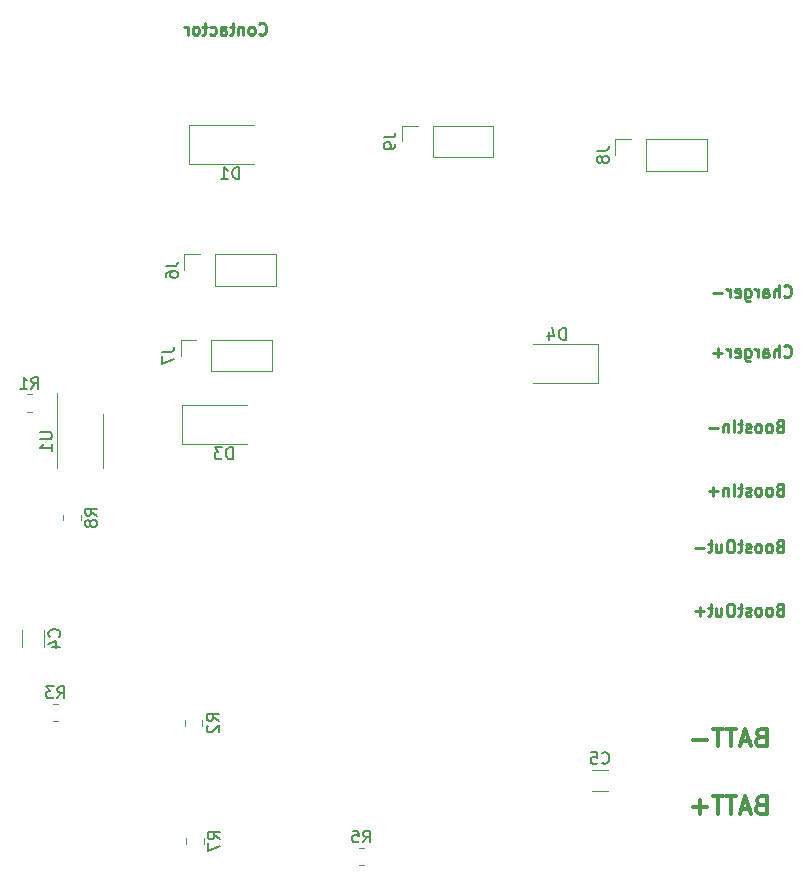
<source format=gbr>
%TF.GenerationSoftware,KiCad,Pcbnew,7.0.9*%
%TF.CreationDate,2024-02-18T20:42:30+05:30*%
%TF.ProjectId,Chg_Dschg Controller,4368675f-4473-4636-9867-20436f6e7472,rev?*%
%TF.SameCoordinates,Original*%
%TF.FileFunction,Legend,Bot*%
%TF.FilePolarity,Positive*%
%FSLAX46Y46*%
G04 Gerber Fmt 4.6, Leading zero omitted, Abs format (unit mm)*
G04 Created by KiCad (PCBNEW 7.0.9) date 2024-02-18 20:42:30*
%MOMM*%
%LPD*%
G01*
G04 APERTURE LIST*
%ADD10C,0.250000*%
%ADD11C,0.300000*%
%ADD12C,0.150000*%
%ADD13C,0.120000*%
G04 APERTURE END LIST*
D10*
X66336003Y-27074380D02*
X66383622Y-27122000D01*
X66383622Y-27122000D02*
X66526479Y-27169619D01*
X66526479Y-27169619D02*
X66621717Y-27169619D01*
X66621717Y-27169619D02*
X66764574Y-27122000D01*
X66764574Y-27122000D02*
X66859812Y-27026761D01*
X66859812Y-27026761D02*
X66907431Y-26931523D01*
X66907431Y-26931523D02*
X66955050Y-26741047D01*
X66955050Y-26741047D02*
X66955050Y-26598190D01*
X66955050Y-26598190D02*
X66907431Y-26407714D01*
X66907431Y-26407714D02*
X66859812Y-26312476D01*
X66859812Y-26312476D02*
X66764574Y-26217238D01*
X66764574Y-26217238D02*
X66621717Y-26169619D01*
X66621717Y-26169619D02*
X66526479Y-26169619D01*
X66526479Y-26169619D02*
X66383622Y-26217238D01*
X66383622Y-26217238D02*
X66336003Y-26264857D01*
X65764574Y-27169619D02*
X65859812Y-27122000D01*
X65859812Y-27122000D02*
X65907431Y-27074380D01*
X65907431Y-27074380D02*
X65955050Y-26979142D01*
X65955050Y-26979142D02*
X65955050Y-26693428D01*
X65955050Y-26693428D02*
X65907431Y-26598190D01*
X65907431Y-26598190D02*
X65859812Y-26550571D01*
X65859812Y-26550571D02*
X65764574Y-26502952D01*
X65764574Y-26502952D02*
X65621717Y-26502952D01*
X65621717Y-26502952D02*
X65526479Y-26550571D01*
X65526479Y-26550571D02*
X65478860Y-26598190D01*
X65478860Y-26598190D02*
X65431241Y-26693428D01*
X65431241Y-26693428D02*
X65431241Y-26979142D01*
X65431241Y-26979142D02*
X65478860Y-27074380D01*
X65478860Y-27074380D02*
X65526479Y-27122000D01*
X65526479Y-27122000D02*
X65621717Y-27169619D01*
X65621717Y-27169619D02*
X65764574Y-27169619D01*
X65002669Y-26502952D02*
X65002669Y-27169619D01*
X65002669Y-26598190D02*
X64955050Y-26550571D01*
X64955050Y-26550571D02*
X64859812Y-26502952D01*
X64859812Y-26502952D02*
X64716955Y-26502952D01*
X64716955Y-26502952D02*
X64621717Y-26550571D01*
X64621717Y-26550571D02*
X64574098Y-26645809D01*
X64574098Y-26645809D02*
X64574098Y-27169619D01*
X64240764Y-26502952D02*
X63859812Y-26502952D01*
X64097907Y-26169619D02*
X64097907Y-27026761D01*
X64097907Y-27026761D02*
X64050288Y-27122000D01*
X64050288Y-27122000D02*
X63955050Y-27169619D01*
X63955050Y-27169619D02*
X63859812Y-27169619D01*
X63097907Y-27169619D02*
X63097907Y-26645809D01*
X63097907Y-26645809D02*
X63145526Y-26550571D01*
X63145526Y-26550571D02*
X63240764Y-26502952D01*
X63240764Y-26502952D02*
X63431240Y-26502952D01*
X63431240Y-26502952D02*
X63526478Y-26550571D01*
X63097907Y-27122000D02*
X63193145Y-27169619D01*
X63193145Y-27169619D02*
X63431240Y-27169619D01*
X63431240Y-27169619D02*
X63526478Y-27122000D01*
X63526478Y-27122000D02*
X63574097Y-27026761D01*
X63574097Y-27026761D02*
X63574097Y-26931523D01*
X63574097Y-26931523D02*
X63526478Y-26836285D01*
X63526478Y-26836285D02*
X63431240Y-26788666D01*
X63431240Y-26788666D02*
X63193145Y-26788666D01*
X63193145Y-26788666D02*
X63097907Y-26741047D01*
X62193145Y-27122000D02*
X62288383Y-27169619D01*
X62288383Y-27169619D02*
X62478859Y-27169619D01*
X62478859Y-27169619D02*
X62574097Y-27122000D01*
X62574097Y-27122000D02*
X62621716Y-27074380D01*
X62621716Y-27074380D02*
X62669335Y-26979142D01*
X62669335Y-26979142D02*
X62669335Y-26693428D01*
X62669335Y-26693428D02*
X62621716Y-26598190D01*
X62621716Y-26598190D02*
X62574097Y-26550571D01*
X62574097Y-26550571D02*
X62478859Y-26502952D01*
X62478859Y-26502952D02*
X62288383Y-26502952D01*
X62288383Y-26502952D02*
X62193145Y-26550571D01*
X61907430Y-26502952D02*
X61526478Y-26502952D01*
X61764573Y-26169619D02*
X61764573Y-27026761D01*
X61764573Y-27026761D02*
X61716954Y-27122000D01*
X61716954Y-27122000D02*
X61621716Y-27169619D01*
X61621716Y-27169619D02*
X61526478Y-27169619D01*
X61050287Y-27169619D02*
X61145525Y-27122000D01*
X61145525Y-27122000D02*
X61193144Y-27074380D01*
X61193144Y-27074380D02*
X61240763Y-26979142D01*
X61240763Y-26979142D02*
X61240763Y-26693428D01*
X61240763Y-26693428D02*
X61193144Y-26598190D01*
X61193144Y-26598190D02*
X61145525Y-26550571D01*
X61145525Y-26550571D02*
X61050287Y-26502952D01*
X61050287Y-26502952D02*
X60907430Y-26502952D01*
X60907430Y-26502952D02*
X60812192Y-26550571D01*
X60812192Y-26550571D02*
X60764573Y-26598190D01*
X60764573Y-26598190D02*
X60716954Y-26693428D01*
X60716954Y-26693428D02*
X60716954Y-26979142D01*
X60716954Y-26979142D02*
X60764573Y-27074380D01*
X60764573Y-27074380D02*
X60812192Y-27122000D01*
X60812192Y-27122000D02*
X60907430Y-27169619D01*
X60907430Y-27169619D02*
X61050287Y-27169619D01*
X60288382Y-27169619D02*
X60288382Y-26502952D01*
X60288382Y-26693428D02*
X60240763Y-26598190D01*
X60240763Y-26598190D02*
X60193144Y-26550571D01*
X60193144Y-26550571D02*
X60097906Y-26502952D01*
X60097906Y-26502952D02*
X60002668Y-26502952D01*
X110389098Y-75835809D02*
X110246241Y-75883428D01*
X110246241Y-75883428D02*
X110198622Y-75931047D01*
X110198622Y-75931047D02*
X110151003Y-76026285D01*
X110151003Y-76026285D02*
X110151003Y-76169142D01*
X110151003Y-76169142D02*
X110198622Y-76264380D01*
X110198622Y-76264380D02*
X110246241Y-76312000D01*
X110246241Y-76312000D02*
X110341479Y-76359619D01*
X110341479Y-76359619D02*
X110722431Y-76359619D01*
X110722431Y-76359619D02*
X110722431Y-75359619D01*
X110722431Y-75359619D02*
X110389098Y-75359619D01*
X110389098Y-75359619D02*
X110293860Y-75407238D01*
X110293860Y-75407238D02*
X110246241Y-75454857D01*
X110246241Y-75454857D02*
X110198622Y-75550095D01*
X110198622Y-75550095D02*
X110198622Y-75645333D01*
X110198622Y-75645333D02*
X110246241Y-75740571D01*
X110246241Y-75740571D02*
X110293860Y-75788190D01*
X110293860Y-75788190D02*
X110389098Y-75835809D01*
X110389098Y-75835809D02*
X110722431Y-75835809D01*
X109579574Y-76359619D02*
X109674812Y-76312000D01*
X109674812Y-76312000D02*
X109722431Y-76264380D01*
X109722431Y-76264380D02*
X109770050Y-76169142D01*
X109770050Y-76169142D02*
X109770050Y-75883428D01*
X109770050Y-75883428D02*
X109722431Y-75788190D01*
X109722431Y-75788190D02*
X109674812Y-75740571D01*
X109674812Y-75740571D02*
X109579574Y-75692952D01*
X109579574Y-75692952D02*
X109436717Y-75692952D01*
X109436717Y-75692952D02*
X109341479Y-75740571D01*
X109341479Y-75740571D02*
X109293860Y-75788190D01*
X109293860Y-75788190D02*
X109246241Y-75883428D01*
X109246241Y-75883428D02*
X109246241Y-76169142D01*
X109246241Y-76169142D02*
X109293860Y-76264380D01*
X109293860Y-76264380D02*
X109341479Y-76312000D01*
X109341479Y-76312000D02*
X109436717Y-76359619D01*
X109436717Y-76359619D02*
X109579574Y-76359619D01*
X108674812Y-76359619D02*
X108770050Y-76312000D01*
X108770050Y-76312000D02*
X108817669Y-76264380D01*
X108817669Y-76264380D02*
X108865288Y-76169142D01*
X108865288Y-76169142D02*
X108865288Y-75883428D01*
X108865288Y-75883428D02*
X108817669Y-75788190D01*
X108817669Y-75788190D02*
X108770050Y-75740571D01*
X108770050Y-75740571D02*
X108674812Y-75692952D01*
X108674812Y-75692952D02*
X108531955Y-75692952D01*
X108531955Y-75692952D02*
X108436717Y-75740571D01*
X108436717Y-75740571D02*
X108389098Y-75788190D01*
X108389098Y-75788190D02*
X108341479Y-75883428D01*
X108341479Y-75883428D02*
X108341479Y-76169142D01*
X108341479Y-76169142D02*
X108389098Y-76264380D01*
X108389098Y-76264380D02*
X108436717Y-76312000D01*
X108436717Y-76312000D02*
X108531955Y-76359619D01*
X108531955Y-76359619D02*
X108674812Y-76359619D01*
X107960526Y-76312000D02*
X107865288Y-76359619D01*
X107865288Y-76359619D02*
X107674812Y-76359619D01*
X107674812Y-76359619D02*
X107579574Y-76312000D01*
X107579574Y-76312000D02*
X107531955Y-76216761D01*
X107531955Y-76216761D02*
X107531955Y-76169142D01*
X107531955Y-76169142D02*
X107579574Y-76073904D01*
X107579574Y-76073904D02*
X107674812Y-76026285D01*
X107674812Y-76026285D02*
X107817669Y-76026285D01*
X107817669Y-76026285D02*
X107912907Y-75978666D01*
X107912907Y-75978666D02*
X107960526Y-75883428D01*
X107960526Y-75883428D02*
X107960526Y-75835809D01*
X107960526Y-75835809D02*
X107912907Y-75740571D01*
X107912907Y-75740571D02*
X107817669Y-75692952D01*
X107817669Y-75692952D02*
X107674812Y-75692952D01*
X107674812Y-75692952D02*
X107579574Y-75740571D01*
X107246240Y-75692952D02*
X106865288Y-75692952D01*
X107103383Y-75359619D02*
X107103383Y-76216761D01*
X107103383Y-76216761D02*
X107055764Y-76312000D01*
X107055764Y-76312000D02*
X106960526Y-76359619D01*
X106960526Y-76359619D02*
X106865288Y-76359619D01*
X106341478Y-75359619D02*
X106151002Y-75359619D01*
X106151002Y-75359619D02*
X106055764Y-75407238D01*
X106055764Y-75407238D02*
X105960526Y-75502476D01*
X105960526Y-75502476D02*
X105912907Y-75692952D01*
X105912907Y-75692952D02*
X105912907Y-76026285D01*
X105912907Y-76026285D02*
X105960526Y-76216761D01*
X105960526Y-76216761D02*
X106055764Y-76312000D01*
X106055764Y-76312000D02*
X106151002Y-76359619D01*
X106151002Y-76359619D02*
X106341478Y-76359619D01*
X106341478Y-76359619D02*
X106436716Y-76312000D01*
X106436716Y-76312000D02*
X106531954Y-76216761D01*
X106531954Y-76216761D02*
X106579573Y-76026285D01*
X106579573Y-76026285D02*
X106579573Y-75692952D01*
X106579573Y-75692952D02*
X106531954Y-75502476D01*
X106531954Y-75502476D02*
X106436716Y-75407238D01*
X106436716Y-75407238D02*
X106341478Y-75359619D01*
X105055764Y-75692952D02*
X105055764Y-76359619D01*
X105484335Y-75692952D02*
X105484335Y-76216761D01*
X105484335Y-76216761D02*
X105436716Y-76312000D01*
X105436716Y-76312000D02*
X105341478Y-76359619D01*
X105341478Y-76359619D02*
X105198621Y-76359619D01*
X105198621Y-76359619D02*
X105103383Y-76312000D01*
X105103383Y-76312000D02*
X105055764Y-76264380D01*
X104722430Y-75692952D02*
X104341478Y-75692952D01*
X104579573Y-75359619D02*
X104579573Y-76216761D01*
X104579573Y-76216761D02*
X104531954Y-76312000D01*
X104531954Y-76312000D02*
X104436716Y-76359619D01*
X104436716Y-76359619D02*
X104341478Y-76359619D01*
X104008144Y-75978666D02*
X103246240Y-75978666D01*
X103627192Y-76359619D02*
X103627192Y-75597714D01*
X110389098Y-70460809D02*
X110246241Y-70508428D01*
X110246241Y-70508428D02*
X110198622Y-70556047D01*
X110198622Y-70556047D02*
X110151003Y-70651285D01*
X110151003Y-70651285D02*
X110151003Y-70794142D01*
X110151003Y-70794142D02*
X110198622Y-70889380D01*
X110198622Y-70889380D02*
X110246241Y-70937000D01*
X110246241Y-70937000D02*
X110341479Y-70984619D01*
X110341479Y-70984619D02*
X110722431Y-70984619D01*
X110722431Y-70984619D02*
X110722431Y-69984619D01*
X110722431Y-69984619D02*
X110389098Y-69984619D01*
X110389098Y-69984619D02*
X110293860Y-70032238D01*
X110293860Y-70032238D02*
X110246241Y-70079857D01*
X110246241Y-70079857D02*
X110198622Y-70175095D01*
X110198622Y-70175095D02*
X110198622Y-70270333D01*
X110198622Y-70270333D02*
X110246241Y-70365571D01*
X110246241Y-70365571D02*
X110293860Y-70413190D01*
X110293860Y-70413190D02*
X110389098Y-70460809D01*
X110389098Y-70460809D02*
X110722431Y-70460809D01*
X109579574Y-70984619D02*
X109674812Y-70937000D01*
X109674812Y-70937000D02*
X109722431Y-70889380D01*
X109722431Y-70889380D02*
X109770050Y-70794142D01*
X109770050Y-70794142D02*
X109770050Y-70508428D01*
X109770050Y-70508428D02*
X109722431Y-70413190D01*
X109722431Y-70413190D02*
X109674812Y-70365571D01*
X109674812Y-70365571D02*
X109579574Y-70317952D01*
X109579574Y-70317952D02*
X109436717Y-70317952D01*
X109436717Y-70317952D02*
X109341479Y-70365571D01*
X109341479Y-70365571D02*
X109293860Y-70413190D01*
X109293860Y-70413190D02*
X109246241Y-70508428D01*
X109246241Y-70508428D02*
X109246241Y-70794142D01*
X109246241Y-70794142D02*
X109293860Y-70889380D01*
X109293860Y-70889380D02*
X109341479Y-70937000D01*
X109341479Y-70937000D02*
X109436717Y-70984619D01*
X109436717Y-70984619D02*
X109579574Y-70984619D01*
X108674812Y-70984619D02*
X108770050Y-70937000D01*
X108770050Y-70937000D02*
X108817669Y-70889380D01*
X108817669Y-70889380D02*
X108865288Y-70794142D01*
X108865288Y-70794142D02*
X108865288Y-70508428D01*
X108865288Y-70508428D02*
X108817669Y-70413190D01*
X108817669Y-70413190D02*
X108770050Y-70365571D01*
X108770050Y-70365571D02*
X108674812Y-70317952D01*
X108674812Y-70317952D02*
X108531955Y-70317952D01*
X108531955Y-70317952D02*
X108436717Y-70365571D01*
X108436717Y-70365571D02*
X108389098Y-70413190D01*
X108389098Y-70413190D02*
X108341479Y-70508428D01*
X108341479Y-70508428D02*
X108341479Y-70794142D01*
X108341479Y-70794142D02*
X108389098Y-70889380D01*
X108389098Y-70889380D02*
X108436717Y-70937000D01*
X108436717Y-70937000D02*
X108531955Y-70984619D01*
X108531955Y-70984619D02*
X108674812Y-70984619D01*
X107960526Y-70937000D02*
X107865288Y-70984619D01*
X107865288Y-70984619D02*
X107674812Y-70984619D01*
X107674812Y-70984619D02*
X107579574Y-70937000D01*
X107579574Y-70937000D02*
X107531955Y-70841761D01*
X107531955Y-70841761D02*
X107531955Y-70794142D01*
X107531955Y-70794142D02*
X107579574Y-70698904D01*
X107579574Y-70698904D02*
X107674812Y-70651285D01*
X107674812Y-70651285D02*
X107817669Y-70651285D01*
X107817669Y-70651285D02*
X107912907Y-70603666D01*
X107912907Y-70603666D02*
X107960526Y-70508428D01*
X107960526Y-70508428D02*
X107960526Y-70460809D01*
X107960526Y-70460809D02*
X107912907Y-70365571D01*
X107912907Y-70365571D02*
X107817669Y-70317952D01*
X107817669Y-70317952D02*
X107674812Y-70317952D01*
X107674812Y-70317952D02*
X107579574Y-70365571D01*
X107246240Y-70317952D02*
X106865288Y-70317952D01*
X107103383Y-69984619D02*
X107103383Y-70841761D01*
X107103383Y-70841761D02*
X107055764Y-70937000D01*
X107055764Y-70937000D02*
X106960526Y-70984619D01*
X106960526Y-70984619D02*
X106865288Y-70984619D01*
X106341478Y-69984619D02*
X106151002Y-69984619D01*
X106151002Y-69984619D02*
X106055764Y-70032238D01*
X106055764Y-70032238D02*
X105960526Y-70127476D01*
X105960526Y-70127476D02*
X105912907Y-70317952D01*
X105912907Y-70317952D02*
X105912907Y-70651285D01*
X105912907Y-70651285D02*
X105960526Y-70841761D01*
X105960526Y-70841761D02*
X106055764Y-70937000D01*
X106055764Y-70937000D02*
X106151002Y-70984619D01*
X106151002Y-70984619D02*
X106341478Y-70984619D01*
X106341478Y-70984619D02*
X106436716Y-70937000D01*
X106436716Y-70937000D02*
X106531954Y-70841761D01*
X106531954Y-70841761D02*
X106579573Y-70651285D01*
X106579573Y-70651285D02*
X106579573Y-70317952D01*
X106579573Y-70317952D02*
X106531954Y-70127476D01*
X106531954Y-70127476D02*
X106436716Y-70032238D01*
X106436716Y-70032238D02*
X106341478Y-69984619D01*
X105055764Y-70317952D02*
X105055764Y-70984619D01*
X105484335Y-70317952D02*
X105484335Y-70841761D01*
X105484335Y-70841761D02*
X105436716Y-70937000D01*
X105436716Y-70937000D02*
X105341478Y-70984619D01*
X105341478Y-70984619D02*
X105198621Y-70984619D01*
X105198621Y-70984619D02*
X105103383Y-70937000D01*
X105103383Y-70937000D02*
X105055764Y-70889380D01*
X104722430Y-70317952D02*
X104341478Y-70317952D01*
X104579573Y-69984619D02*
X104579573Y-70841761D01*
X104579573Y-70841761D02*
X104531954Y-70937000D01*
X104531954Y-70937000D02*
X104436716Y-70984619D01*
X104436716Y-70984619D02*
X104341478Y-70984619D01*
X104008144Y-70603666D02*
X103246240Y-70603666D01*
X110389098Y-65675809D02*
X110246241Y-65723428D01*
X110246241Y-65723428D02*
X110198622Y-65771047D01*
X110198622Y-65771047D02*
X110151003Y-65866285D01*
X110151003Y-65866285D02*
X110151003Y-66009142D01*
X110151003Y-66009142D02*
X110198622Y-66104380D01*
X110198622Y-66104380D02*
X110246241Y-66152000D01*
X110246241Y-66152000D02*
X110341479Y-66199619D01*
X110341479Y-66199619D02*
X110722431Y-66199619D01*
X110722431Y-66199619D02*
X110722431Y-65199619D01*
X110722431Y-65199619D02*
X110389098Y-65199619D01*
X110389098Y-65199619D02*
X110293860Y-65247238D01*
X110293860Y-65247238D02*
X110246241Y-65294857D01*
X110246241Y-65294857D02*
X110198622Y-65390095D01*
X110198622Y-65390095D02*
X110198622Y-65485333D01*
X110198622Y-65485333D02*
X110246241Y-65580571D01*
X110246241Y-65580571D02*
X110293860Y-65628190D01*
X110293860Y-65628190D02*
X110389098Y-65675809D01*
X110389098Y-65675809D02*
X110722431Y-65675809D01*
X109579574Y-66199619D02*
X109674812Y-66152000D01*
X109674812Y-66152000D02*
X109722431Y-66104380D01*
X109722431Y-66104380D02*
X109770050Y-66009142D01*
X109770050Y-66009142D02*
X109770050Y-65723428D01*
X109770050Y-65723428D02*
X109722431Y-65628190D01*
X109722431Y-65628190D02*
X109674812Y-65580571D01*
X109674812Y-65580571D02*
X109579574Y-65532952D01*
X109579574Y-65532952D02*
X109436717Y-65532952D01*
X109436717Y-65532952D02*
X109341479Y-65580571D01*
X109341479Y-65580571D02*
X109293860Y-65628190D01*
X109293860Y-65628190D02*
X109246241Y-65723428D01*
X109246241Y-65723428D02*
X109246241Y-66009142D01*
X109246241Y-66009142D02*
X109293860Y-66104380D01*
X109293860Y-66104380D02*
X109341479Y-66152000D01*
X109341479Y-66152000D02*
X109436717Y-66199619D01*
X109436717Y-66199619D02*
X109579574Y-66199619D01*
X108674812Y-66199619D02*
X108770050Y-66152000D01*
X108770050Y-66152000D02*
X108817669Y-66104380D01*
X108817669Y-66104380D02*
X108865288Y-66009142D01*
X108865288Y-66009142D02*
X108865288Y-65723428D01*
X108865288Y-65723428D02*
X108817669Y-65628190D01*
X108817669Y-65628190D02*
X108770050Y-65580571D01*
X108770050Y-65580571D02*
X108674812Y-65532952D01*
X108674812Y-65532952D02*
X108531955Y-65532952D01*
X108531955Y-65532952D02*
X108436717Y-65580571D01*
X108436717Y-65580571D02*
X108389098Y-65628190D01*
X108389098Y-65628190D02*
X108341479Y-65723428D01*
X108341479Y-65723428D02*
X108341479Y-66009142D01*
X108341479Y-66009142D02*
X108389098Y-66104380D01*
X108389098Y-66104380D02*
X108436717Y-66152000D01*
X108436717Y-66152000D02*
X108531955Y-66199619D01*
X108531955Y-66199619D02*
X108674812Y-66199619D01*
X107960526Y-66152000D02*
X107865288Y-66199619D01*
X107865288Y-66199619D02*
X107674812Y-66199619D01*
X107674812Y-66199619D02*
X107579574Y-66152000D01*
X107579574Y-66152000D02*
X107531955Y-66056761D01*
X107531955Y-66056761D02*
X107531955Y-66009142D01*
X107531955Y-66009142D02*
X107579574Y-65913904D01*
X107579574Y-65913904D02*
X107674812Y-65866285D01*
X107674812Y-65866285D02*
X107817669Y-65866285D01*
X107817669Y-65866285D02*
X107912907Y-65818666D01*
X107912907Y-65818666D02*
X107960526Y-65723428D01*
X107960526Y-65723428D02*
X107960526Y-65675809D01*
X107960526Y-65675809D02*
X107912907Y-65580571D01*
X107912907Y-65580571D02*
X107817669Y-65532952D01*
X107817669Y-65532952D02*
X107674812Y-65532952D01*
X107674812Y-65532952D02*
X107579574Y-65580571D01*
X107246240Y-65532952D02*
X106865288Y-65532952D01*
X107103383Y-65199619D02*
X107103383Y-66056761D01*
X107103383Y-66056761D02*
X107055764Y-66152000D01*
X107055764Y-66152000D02*
X106960526Y-66199619D01*
X106960526Y-66199619D02*
X106865288Y-66199619D01*
X106531954Y-66199619D02*
X106531954Y-65199619D01*
X106055764Y-65532952D02*
X106055764Y-66199619D01*
X106055764Y-65628190D02*
X106008145Y-65580571D01*
X106008145Y-65580571D02*
X105912907Y-65532952D01*
X105912907Y-65532952D02*
X105770050Y-65532952D01*
X105770050Y-65532952D02*
X105674812Y-65580571D01*
X105674812Y-65580571D02*
X105627193Y-65675809D01*
X105627193Y-65675809D02*
X105627193Y-66199619D01*
X105151002Y-65818666D02*
X104389098Y-65818666D01*
X104770050Y-66199619D02*
X104770050Y-65437714D01*
X110389098Y-60300809D02*
X110246241Y-60348428D01*
X110246241Y-60348428D02*
X110198622Y-60396047D01*
X110198622Y-60396047D02*
X110151003Y-60491285D01*
X110151003Y-60491285D02*
X110151003Y-60634142D01*
X110151003Y-60634142D02*
X110198622Y-60729380D01*
X110198622Y-60729380D02*
X110246241Y-60777000D01*
X110246241Y-60777000D02*
X110341479Y-60824619D01*
X110341479Y-60824619D02*
X110722431Y-60824619D01*
X110722431Y-60824619D02*
X110722431Y-59824619D01*
X110722431Y-59824619D02*
X110389098Y-59824619D01*
X110389098Y-59824619D02*
X110293860Y-59872238D01*
X110293860Y-59872238D02*
X110246241Y-59919857D01*
X110246241Y-59919857D02*
X110198622Y-60015095D01*
X110198622Y-60015095D02*
X110198622Y-60110333D01*
X110198622Y-60110333D02*
X110246241Y-60205571D01*
X110246241Y-60205571D02*
X110293860Y-60253190D01*
X110293860Y-60253190D02*
X110389098Y-60300809D01*
X110389098Y-60300809D02*
X110722431Y-60300809D01*
X109579574Y-60824619D02*
X109674812Y-60777000D01*
X109674812Y-60777000D02*
X109722431Y-60729380D01*
X109722431Y-60729380D02*
X109770050Y-60634142D01*
X109770050Y-60634142D02*
X109770050Y-60348428D01*
X109770050Y-60348428D02*
X109722431Y-60253190D01*
X109722431Y-60253190D02*
X109674812Y-60205571D01*
X109674812Y-60205571D02*
X109579574Y-60157952D01*
X109579574Y-60157952D02*
X109436717Y-60157952D01*
X109436717Y-60157952D02*
X109341479Y-60205571D01*
X109341479Y-60205571D02*
X109293860Y-60253190D01*
X109293860Y-60253190D02*
X109246241Y-60348428D01*
X109246241Y-60348428D02*
X109246241Y-60634142D01*
X109246241Y-60634142D02*
X109293860Y-60729380D01*
X109293860Y-60729380D02*
X109341479Y-60777000D01*
X109341479Y-60777000D02*
X109436717Y-60824619D01*
X109436717Y-60824619D02*
X109579574Y-60824619D01*
X108674812Y-60824619D02*
X108770050Y-60777000D01*
X108770050Y-60777000D02*
X108817669Y-60729380D01*
X108817669Y-60729380D02*
X108865288Y-60634142D01*
X108865288Y-60634142D02*
X108865288Y-60348428D01*
X108865288Y-60348428D02*
X108817669Y-60253190D01*
X108817669Y-60253190D02*
X108770050Y-60205571D01*
X108770050Y-60205571D02*
X108674812Y-60157952D01*
X108674812Y-60157952D02*
X108531955Y-60157952D01*
X108531955Y-60157952D02*
X108436717Y-60205571D01*
X108436717Y-60205571D02*
X108389098Y-60253190D01*
X108389098Y-60253190D02*
X108341479Y-60348428D01*
X108341479Y-60348428D02*
X108341479Y-60634142D01*
X108341479Y-60634142D02*
X108389098Y-60729380D01*
X108389098Y-60729380D02*
X108436717Y-60777000D01*
X108436717Y-60777000D02*
X108531955Y-60824619D01*
X108531955Y-60824619D02*
X108674812Y-60824619D01*
X107960526Y-60777000D02*
X107865288Y-60824619D01*
X107865288Y-60824619D02*
X107674812Y-60824619D01*
X107674812Y-60824619D02*
X107579574Y-60777000D01*
X107579574Y-60777000D02*
X107531955Y-60681761D01*
X107531955Y-60681761D02*
X107531955Y-60634142D01*
X107531955Y-60634142D02*
X107579574Y-60538904D01*
X107579574Y-60538904D02*
X107674812Y-60491285D01*
X107674812Y-60491285D02*
X107817669Y-60491285D01*
X107817669Y-60491285D02*
X107912907Y-60443666D01*
X107912907Y-60443666D02*
X107960526Y-60348428D01*
X107960526Y-60348428D02*
X107960526Y-60300809D01*
X107960526Y-60300809D02*
X107912907Y-60205571D01*
X107912907Y-60205571D02*
X107817669Y-60157952D01*
X107817669Y-60157952D02*
X107674812Y-60157952D01*
X107674812Y-60157952D02*
X107579574Y-60205571D01*
X107246240Y-60157952D02*
X106865288Y-60157952D01*
X107103383Y-59824619D02*
X107103383Y-60681761D01*
X107103383Y-60681761D02*
X107055764Y-60777000D01*
X107055764Y-60777000D02*
X106960526Y-60824619D01*
X106960526Y-60824619D02*
X106865288Y-60824619D01*
X106531954Y-60824619D02*
X106531954Y-59824619D01*
X106055764Y-60157952D02*
X106055764Y-60824619D01*
X106055764Y-60253190D02*
X106008145Y-60205571D01*
X106008145Y-60205571D02*
X105912907Y-60157952D01*
X105912907Y-60157952D02*
X105770050Y-60157952D01*
X105770050Y-60157952D02*
X105674812Y-60205571D01*
X105674812Y-60205571D02*
X105627193Y-60300809D01*
X105627193Y-60300809D02*
X105627193Y-60824619D01*
X105151002Y-60443666D02*
X104389098Y-60443666D01*
X110786003Y-54379380D02*
X110833622Y-54427000D01*
X110833622Y-54427000D02*
X110976479Y-54474619D01*
X110976479Y-54474619D02*
X111071717Y-54474619D01*
X111071717Y-54474619D02*
X111214574Y-54427000D01*
X111214574Y-54427000D02*
X111309812Y-54331761D01*
X111309812Y-54331761D02*
X111357431Y-54236523D01*
X111357431Y-54236523D02*
X111405050Y-54046047D01*
X111405050Y-54046047D02*
X111405050Y-53903190D01*
X111405050Y-53903190D02*
X111357431Y-53712714D01*
X111357431Y-53712714D02*
X111309812Y-53617476D01*
X111309812Y-53617476D02*
X111214574Y-53522238D01*
X111214574Y-53522238D02*
X111071717Y-53474619D01*
X111071717Y-53474619D02*
X110976479Y-53474619D01*
X110976479Y-53474619D02*
X110833622Y-53522238D01*
X110833622Y-53522238D02*
X110786003Y-53569857D01*
X110357431Y-54474619D02*
X110357431Y-53474619D01*
X109928860Y-54474619D02*
X109928860Y-53950809D01*
X109928860Y-53950809D02*
X109976479Y-53855571D01*
X109976479Y-53855571D02*
X110071717Y-53807952D01*
X110071717Y-53807952D02*
X110214574Y-53807952D01*
X110214574Y-53807952D02*
X110309812Y-53855571D01*
X110309812Y-53855571D02*
X110357431Y-53903190D01*
X109024098Y-54474619D02*
X109024098Y-53950809D01*
X109024098Y-53950809D02*
X109071717Y-53855571D01*
X109071717Y-53855571D02*
X109166955Y-53807952D01*
X109166955Y-53807952D02*
X109357431Y-53807952D01*
X109357431Y-53807952D02*
X109452669Y-53855571D01*
X109024098Y-54427000D02*
X109119336Y-54474619D01*
X109119336Y-54474619D02*
X109357431Y-54474619D01*
X109357431Y-54474619D02*
X109452669Y-54427000D01*
X109452669Y-54427000D02*
X109500288Y-54331761D01*
X109500288Y-54331761D02*
X109500288Y-54236523D01*
X109500288Y-54236523D02*
X109452669Y-54141285D01*
X109452669Y-54141285D02*
X109357431Y-54093666D01*
X109357431Y-54093666D02*
X109119336Y-54093666D01*
X109119336Y-54093666D02*
X109024098Y-54046047D01*
X108547907Y-54474619D02*
X108547907Y-53807952D01*
X108547907Y-53998428D02*
X108500288Y-53903190D01*
X108500288Y-53903190D02*
X108452669Y-53855571D01*
X108452669Y-53855571D02*
X108357431Y-53807952D01*
X108357431Y-53807952D02*
X108262193Y-53807952D01*
X107500288Y-53807952D02*
X107500288Y-54617476D01*
X107500288Y-54617476D02*
X107547907Y-54712714D01*
X107547907Y-54712714D02*
X107595526Y-54760333D01*
X107595526Y-54760333D02*
X107690764Y-54807952D01*
X107690764Y-54807952D02*
X107833621Y-54807952D01*
X107833621Y-54807952D02*
X107928859Y-54760333D01*
X107500288Y-54427000D02*
X107595526Y-54474619D01*
X107595526Y-54474619D02*
X107786002Y-54474619D01*
X107786002Y-54474619D02*
X107881240Y-54427000D01*
X107881240Y-54427000D02*
X107928859Y-54379380D01*
X107928859Y-54379380D02*
X107976478Y-54284142D01*
X107976478Y-54284142D02*
X107976478Y-53998428D01*
X107976478Y-53998428D02*
X107928859Y-53903190D01*
X107928859Y-53903190D02*
X107881240Y-53855571D01*
X107881240Y-53855571D02*
X107786002Y-53807952D01*
X107786002Y-53807952D02*
X107595526Y-53807952D01*
X107595526Y-53807952D02*
X107500288Y-53855571D01*
X106643145Y-54427000D02*
X106738383Y-54474619D01*
X106738383Y-54474619D02*
X106928859Y-54474619D01*
X106928859Y-54474619D02*
X107024097Y-54427000D01*
X107024097Y-54427000D02*
X107071716Y-54331761D01*
X107071716Y-54331761D02*
X107071716Y-53950809D01*
X107071716Y-53950809D02*
X107024097Y-53855571D01*
X107024097Y-53855571D02*
X106928859Y-53807952D01*
X106928859Y-53807952D02*
X106738383Y-53807952D01*
X106738383Y-53807952D02*
X106643145Y-53855571D01*
X106643145Y-53855571D02*
X106595526Y-53950809D01*
X106595526Y-53950809D02*
X106595526Y-54046047D01*
X106595526Y-54046047D02*
X107071716Y-54141285D01*
X106166954Y-54474619D02*
X106166954Y-53807952D01*
X106166954Y-53998428D02*
X106119335Y-53903190D01*
X106119335Y-53903190D02*
X106071716Y-53855571D01*
X106071716Y-53855571D02*
X105976478Y-53807952D01*
X105976478Y-53807952D02*
X105881240Y-53807952D01*
X105547906Y-54093666D02*
X104786002Y-54093666D01*
X105166954Y-54474619D02*
X105166954Y-53712714D01*
X110786003Y-49299380D02*
X110833622Y-49347000D01*
X110833622Y-49347000D02*
X110976479Y-49394619D01*
X110976479Y-49394619D02*
X111071717Y-49394619D01*
X111071717Y-49394619D02*
X111214574Y-49347000D01*
X111214574Y-49347000D02*
X111309812Y-49251761D01*
X111309812Y-49251761D02*
X111357431Y-49156523D01*
X111357431Y-49156523D02*
X111405050Y-48966047D01*
X111405050Y-48966047D02*
X111405050Y-48823190D01*
X111405050Y-48823190D02*
X111357431Y-48632714D01*
X111357431Y-48632714D02*
X111309812Y-48537476D01*
X111309812Y-48537476D02*
X111214574Y-48442238D01*
X111214574Y-48442238D02*
X111071717Y-48394619D01*
X111071717Y-48394619D02*
X110976479Y-48394619D01*
X110976479Y-48394619D02*
X110833622Y-48442238D01*
X110833622Y-48442238D02*
X110786003Y-48489857D01*
X110357431Y-49394619D02*
X110357431Y-48394619D01*
X109928860Y-49394619D02*
X109928860Y-48870809D01*
X109928860Y-48870809D02*
X109976479Y-48775571D01*
X109976479Y-48775571D02*
X110071717Y-48727952D01*
X110071717Y-48727952D02*
X110214574Y-48727952D01*
X110214574Y-48727952D02*
X110309812Y-48775571D01*
X110309812Y-48775571D02*
X110357431Y-48823190D01*
X109024098Y-49394619D02*
X109024098Y-48870809D01*
X109024098Y-48870809D02*
X109071717Y-48775571D01*
X109071717Y-48775571D02*
X109166955Y-48727952D01*
X109166955Y-48727952D02*
X109357431Y-48727952D01*
X109357431Y-48727952D02*
X109452669Y-48775571D01*
X109024098Y-49347000D02*
X109119336Y-49394619D01*
X109119336Y-49394619D02*
X109357431Y-49394619D01*
X109357431Y-49394619D02*
X109452669Y-49347000D01*
X109452669Y-49347000D02*
X109500288Y-49251761D01*
X109500288Y-49251761D02*
X109500288Y-49156523D01*
X109500288Y-49156523D02*
X109452669Y-49061285D01*
X109452669Y-49061285D02*
X109357431Y-49013666D01*
X109357431Y-49013666D02*
X109119336Y-49013666D01*
X109119336Y-49013666D02*
X109024098Y-48966047D01*
X108547907Y-49394619D02*
X108547907Y-48727952D01*
X108547907Y-48918428D02*
X108500288Y-48823190D01*
X108500288Y-48823190D02*
X108452669Y-48775571D01*
X108452669Y-48775571D02*
X108357431Y-48727952D01*
X108357431Y-48727952D02*
X108262193Y-48727952D01*
X107500288Y-48727952D02*
X107500288Y-49537476D01*
X107500288Y-49537476D02*
X107547907Y-49632714D01*
X107547907Y-49632714D02*
X107595526Y-49680333D01*
X107595526Y-49680333D02*
X107690764Y-49727952D01*
X107690764Y-49727952D02*
X107833621Y-49727952D01*
X107833621Y-49727952D02*
X107928859Y-49680333D01*
X107500288Y-49347000D02*
X107595526Y-49394619D01*
X107595526Y-49394619D02*
X107786002Y-49394619D01*
X107786002Y-49394619D02*
X107881240Y-49347000D01*
X107881240Y-49347000D02*
X107928859Y-49299380D01*
X107928859Y-49299380D02*
X107976478Y-49204142D01*
X107976478Y-49204142D02*
X107976478Y-48918428D01*
X107976478Y-48918428D02*
X107928859Y-48823190D01*
X107928859Y-48823190D02*
X107881240Y-48775571D01*
X107881240Y-48775571D02*
X107786002Y-48727952D01*
X107786002Y-48727952D02*
X107595526Y-48727952D01*
X107595526Y-48727952D02*
X107500288Y-48775571D01*
X106643145Y-49347000D02*
X106738383Y-49394619D01*
X106738383Y-49394619D02*
X106928859Y-49394619D01*
X106928859Y-49394619D02*
X107024097Y-49347000D01*
X107024097Y-49347000D02*
X107071716Y-49251761D01*
X107071716Y-49251761D02*
X107071716Y-48870809D01*
X107071716Y-48870809D02*
X107024097Y-48775571D01*
X107024097Y-48775571D02*
X106928859Y-48727952D01*
X106928859Y-48727952D02*
X106738383Y-48727952D01*
X106738383Y-48727952D02*
X106643145Y-48775571D01*
X106643145Y-48775571D02*
X106595526Y-48870809D01*
X106595526Y-48870809D02*
X106595526Y-48966047D01*
X106595526Y-48966047D02*
X107071716Y-49061285D01*
X106166954Y-49394619D02*
X106166954Y-48727952D01*
X106166954Y-48918428D02*
X106119335Y-48823190D01*
X106119335Y-48823190D02*
X106071716Y-48775571D01*
X106071716Y-48775571D02*
X105976478Y-48727952D01*
X105976478Y-48727952D02*
X105881240Y-48727952D01*
X105547906Y-49013666D02*
X104786002Y-49013666D01*
D11*
X108800489Y-86645114D02*
X108586203Y-86716542D01*
X108586203Y-86716542D02*
X108514774Y-86787971D01*
X108514774Y-86787971D02*
X108443346Y-86930828D01*
X108443346Y-86930828D02*
X108443346Y-87145114D01*
X108443346Y-87145114D02*
X108514774Y-87287971D01*
X108514774Y-87287971D02*
X108586203Y-87359400D01*
X108586203Y-87359400D02*
X108729060Y-87430828D01*
X108729060Y-87430828D02*
X109300489Y-87430828D01*
X109300489Y-87430828D02*
X109300489Y-85930828D01*
X109300489Y-85930828D02*
X108800489Y-85930828D01*
X108800489Y-85930828D02*
X108657632Y-86002257D01*
X108657632Y-86002257D02*
X108586203Y-86073685D01*
X108586203Y-86073685D02*
X108514774Y-86216542D01*
X108514774Y-86216542D02*
X108514774Y-86359400D01*
X108514774Y-86359400D02*
X108586203Y-86502257D01*
X108586203Y-86502257D02*
X108657632Y-86573685D01*
X108657632Y-86573685D02*
X108800489Y-86645114D01*
X108800489Y-86645114D02*
X109300489Y-86645114D01*
X107871917Y-87002257D02*
X107157632Y-87002257D01*
X108014774Y-87430828D02*
X107514774Y-85930828D01*
X107514774Y-85930828D02*
X107014774Y-87430828D01*
X106729060Y-85930828D02*
X105871918Y-85930828D01*
X106300489Y-87430828D02*
X106300489Y-85930828D01*
X105586203Y-85930828D02*
X104729061Y-85930828D01*
X105157632Y-87430828D02*
X105157632Y-85930828D01*
X104229061Y-86859400D02*
X103086204Y-86859400D01*
X108800489Y-92360114D02*
X108586203Y-92431542D01*
X108586203Y-92431542D02*
X108514774Y-92502971D01*
X108514774Y-92502971D02*
X108443346Y-92645828D01*
X108443346Y-92645828D02*
X108443346Y-92860114D01*
X108443346Y-92860114D02*
X108514774Y-93002971D01*
X108514774Y-93002971D02*
X108586203Y-93074400D01*
X108586203Y-93074400D02*
X108729060Y-93145828D01*
X108729060Y-93145828D02*
X109300489Y-93145828D01*
X109300489Y-93145828D02*
X109300489Y-91645828D01*
X109300489Y-91645828D02*
X108800489Y-91645828D01*
X108800489Y-91645828D02*
X108657632Y-91717257D01*
X108657632Y-91717257D02*
X108586203Y-91788685D01*
X108586203Y-91788685D02*
X108514774Y-91931542D01*
X108514774Y-91931542D02*
X108514774Y-92074400D01*
X108514774Y-92074400D02*
X108586203Y-92217257D01*
X108586203Y-92217257D02*
X108657632Y-92288685D01*
X108657632Y-92288685D02*
X108800489Y-92360114D01*
X108800489Y-92360114D02*
X109300489Y-92360114D01*
X107871917Y-92717257D02*
X107157632Y-92717257D01*
X108014774Y-93145828D02*
X107514774Y-91645828D01*
X107514774Y-91645828D02*
X107014774Y-93145828D01*
X106729060Y-91645828D02*
X105871918Y-91645828D01*
X106300489Y-93145828D02*
X106300489Y-91645828D01*
X105586203Y-91645828D02*
X104729061Y-91645828D01*
X105157632Y-93145828D02*
X105157632Y-91645828D01*
X104229061Y-92574400D02*
X103086204Y-92574400D01*
X103657632Y-93145828D02*
X103657632Y-92002971D01*
D12*
X63004819Y-95283333D02*
X62528628Y-94950000D01*
X63004819Y-94711905D02*
X62004819Y-94711905D01*
X62004819Y-94711905D02*
X62004819Y-95092857D01*
X62004819Y-95092857D02*
X62052438Y-95188095D01*
X62052438Y-95188095D02*
X62100057Y-95235714D01*
X62100057Y-95235714D02*
X62195295Y-95283333D01*
X62195295Y-95283333D02*
X62338152Y-95283333D01*
X62338152Y-95283333D02*
X62433390Y-95235714D01*
X62433390Y-95235714D02*
X62481009Y-95188095D01*
X62481009Y-95188095D02*
X62528628Y-95092857D01*
X62528628Y-95092857D02*
X62528628Y-94711905D01*
X62004819Y-95616667D02*
X62004819Y-96283333D01*
X62004819Y-96283333D02*
X63004819Y-95854762D01*
X49409580Y-78133333D02*
X49457200Y-78085714D01*
X49457200Y-78085714D02*
X49504819Y-77942857D01*
X49504819Y-77942857D02*
X49504819Y-77847619D01*
X49504819Y-77847619D02*
X49457200Y-77704762D01*
X49457200Y-77704762D02*
X49361961Y-77609524D01*
X49361961Y-77609524D02*
X49266723Y-77561905D01*
X49266723Y-77561905D02*
X49076247Y-77514286D01*
X49076247Y-77514286D02*
X48933390Y-77514286D01*
X48933390Y-77514286D02*
X48742914Y-77561905D01*
X48742914Y-77561905D02*
X48647676Y-77609524D01*
X48647676Y-77609524D02*
X48552438Y-77704762D01*
X48552438Y-77704762D02*
X48504819Y-77847619D01*
X48504819Y-77847619D02*
X48504819Y-77942857D01*
X48504819Y-77942857D02*
X48552438Y-78085714D01*
X48552438Y-78085714D02*
X48600057Y-78133333D01*
X48838152Y-78990476D02*
X49504819Y-78990476D01*
X48457200Y-78752381D02*
X49171485Y-78514286D01*
X49171485Y-78514286D02*
X49171485Y-79133333D01*
X75166666Y-95554819D02*
X75499999Y-95078628D01*
X75738094Y-95554819D02*
X75738094Y-94554819D01*
X75738094Y-94554819D02*
X75357142Y-94554819D01*
X75357142Y-94554819D02*
X75261904Y-94602438D01*
X75261904Y-94602438D02*
X75214285Y-94650057D01*
X75214285Y-94650057D02*
X75166666Y-94745295D01*
X75166666Y-94745295D02*
X75166666Y-94888152D01*
X75166666Y-94888152D02*
X75214285Y-94983390D01*
X75214285Y-94983390D02*
X75261904Y-95031009D01*
X75261904Y-95031009D02*
X75357142Y-95078628D01*
X75357142Y-95078628D02*
X75738094Y-95078628D01*
X74261904Y-94554819D02*
X74738094Y-94554819D01*
X74738094Y-94554819D02*
X74785713Y-95031009D01*
X74785713Y-95031009D02*
X74738094Y-94983390D01*
X74738094Y-94983390D02*
X74642856Y-94935771D01*
X74642856Y-94935771D02*
X74404761Y-94935771D01*
X74404761Y-94935771D02*
X74309523Y-94983390D01*
X74309523Y-94983390D02*
X74261904Y-95031009D01*
X74261904Y-95031009D02*
X74214285Y-95126247D01*
X74214285Y-95126247D02*
X74214285Y-95364342D01*
X74214285Y-95364342D02*
X74261904Y-95459580D01*
X74261904Y-95459580D02*
X74309523Y-95507200D01*
X74309523Y-95507200D02*
X74404761Y-95554819D01*
X74404761Y-95554819D02*
X74642856Y-95554819D01*
X74642856Y-95554819D02*
X74738094Y-95507200D01*
X74738094Y-95507200D02*
X74785713Y-95459580D01*
X52604819Y-67883333D02*
X52128628Y-67550000D01*
X52604819Y-67311905D02*
X51604819Y-67311905D01*
X51604819Y-67311905D02*
X51604819Y-67692857D01*
X51604819Y-67692857D02*
X51652438Y-67788095D01*
X51652438Y-67788095D02*
X51700057Y-67835714D01*
X51700057Y-67835714D02*
X51795295Y-67883333D01*
X51795295Y-67883333D02*
X51938152Y-67883333D01*
X51938152Y-67883333D02*
X52033390Y-67835714D01*
X52033390Y-67835714D02*
X52081009Y-67788095D01*
X52081009Y-67788095D02*
X52128628Y-67692857D01*
X52128628Y-67692857D02*
X52128628Y-67311905D01*
X52033390Y-68454762D02*
X51985771Y-68359524D01*
X51985771Y-68359524D02*
X51938152Y-68311905D01*
X51938152Y-68311905D02*
X51842914Y-68264286D01*
X51842914Y-68264286D02*
X51795295Y-68264286D01*
X51795295Y-68264286D02*
X51700057Y-68311905D01*
X51700057Y-68311905D02*
X51652438Y-68359524D01*
X51652438Y-68359524D02*
X51604819Y-68454762D01*
X51604819Y-68454762D02*
X51604819Y-68645238D01*
X51604819Y-68645238D02*
X51652438Y-68740476D01*
X51652438Y-68740476D02*
X51700057Y-68788095D01*
X51700057Y-68788095D02*
X51795295Y-68835714D01*
X51795295Y-68835714D02*
X51842914Y-68835714D01*
X51842914Y-68835714D02*
X51938152Y-68788095D01*
X51938152Y-68788095D02*
X51985771Y-68740476D01*
X51985771Y-68740476D02*
X52033390Y-68645238D01*
X52033390Y-68645238D02*
X52033390Y-68454762D01*
X52033390Y-68454762D02*
X52081009Y-68359524D01*
X52081009Y-68359524D02*
X52128628Y-68311905D01*
X52128628Y-68311905D02*
X52223866Y-68264286D01*
X52223866Y-68264286D02*
X52414342Y-68264286D01*
X52414342Y-68264286D02*
X52509580Y-68311905D01*
X52509580Y-68311905D02*
X52557200Y-68359524D01*
X52557200Y-68359524D02*
X52604819Y-68454762D01*
X52604819Y-68454762D02*
X52604819Y-68645238D01*
X52604819Y-68645238D02*
X52557200Y-68740476D01*
X52557200Y-68740476D02*
X52509580Y-68788095D01*
X52509580Y-68788095D02*
X52414342Y-68835714D01*
X52414342Y-68835714D02*
X52223866Y-68835714D01*
X52223866Y-68835714D02*
X52128628Y-68788095D01*
X52128628Y-68788095D02*
X52081009Y-68740476D01*
X52081009Y-68740476D02*
X52033390Y-68645238D01*
X58449819Y-46766666D02*
X59164104Y-46766666D01*
X59164104Y-46766666D02*
X59306961Y-46719047D01*
X59306961Y-46719047D02*
X59402200Y-46623809D01*
X59402200Y-46623809D02*
X59449819Y-46480952D01*
X59449819Y-46480952D02*
X59449819Y-46385714D01*
X58449819Y-47671428D02*
X58449819Y-47480952D01*
X58449819Y-47480952D02*
X58497438Y-47385714D01*
X58497438Y-47385714D02*
X58545057Y-47338095D01*
X58545057Y-47338095D02*
X58687914Y-47242857D01*
X58687914Y-47242857D02*
X58878390Y-47195238D01*
X58878390Y-47195238D02*
X59259342Y-47195238D01*
X59259342Y-47195238D02*
X59354580Y-47242857D01*
X59354580Y-47242857D02*
X59402200Y-47290476D01*
X59402200Y-47290476D02*
X59449819Y-47385714D01*
X59449819Y-47385714D02*
X59449819Y-47576190D01*
X59449819Y-47576190D02*
X59402200Y-47671428D01*
X59402200Y-47671428D02*
X59354580Y-47719047D01*
X59354580Y-47719047D02*
X59259342Y-47766666D01*
X59259342Y-47766666D02*
X59021247Y-47766666D01*
X59021247Y-47766666D02*
X58926009Y-47719047D01*
X58926009Y-47719047D02*
X58878390Y-47671428D01*
X58878390Y-47671428D02*
X58830771Y-47576190D01*
X58830771Y-47576190D02*
X58830771Y-47385714D01*
X58830771Y-47385714D02*
X58878390Y-47290476D01*
X58878390Y-47290476D02*
X58926009Y-47242857D01*
X58926009Y-47242857D02*
X59021247Y-47195238D01*
X64638094Y-39389819D02*
X64638094Y-38389819D01*
X64638094Y-38389819D02*
X64399999Y-38389819D01*
X64399999Y-38389819D02*
X64257142Y-38437438D01*
X64257142Y-38437438D02*
X64161904Y-38532676D01*
X64161904Y-38532676D02*
X64114285Y-38627914D01*
X64114285Y-38627914D02*
X64066666Y-38818390D01*
X64066666Y-38818390D02*
X64066666Y-38961247D01*
X64066666Y-38961247D02*
X64114285Y-39151723D01*
X64114285Y-39151723D02*
X64161904Y-39246961D01*
X64161904Y-39246961D02*
X64257142Y-39342200D01*
X64257142Y-39342200D02*
X64399999Y-39389819D01*
X64399999Y-39389819D02*
X64638094Y-39389819D01*
X63114285Y-39389819D02*
X63685713Y-39389819D01*
X63399999Y-39389819D02*
X63399999Y-38389819D01*
X63399999Y-38389819D02*
X63495237Y-38532676D01*
X63495237Y-38532676D02*
X63590475Y-38627914D01*
X63590475Y-38627914D02*
X63685713Y-38675533D01*
X58149819Y-54016666D02*
X58864104Y-54016666D01*
X58864104Y-54016666D02*
X59006961Y-53969047D01*
X59006961Y-53969047D02*
X59102200Y-53873809D01*
X59102200Y-53873809D02*
X59149819Y-53730952D01*
X59149819Y-53730952D02*
X59149819Y-53635714D01*
X58149819Y-54397619D02*
X58149819Y-55064285D01*
X58149819Y-55064285D02*
X59149819Y-54635714D01*
X94949819Y-37016666D02*
X95664104Y-37016666D01*
X95664104Y-37016666D02*
X95806961Y-36969047D01*
X95806961Y-36969047D02*
X95902200Y-36873809D01*
X95902200Y-36873809D02*
X95949819Y-36730952D01*
X95949819Y-36730952D02*
X95949819Y-36635714D01*
X95378390Y-37635714D02*
X95330771Y-37540476D01*
X95330771Y-37540476D02*
X95283152Y-37492857D01*
X95283152Y-37492857D02*
X95187914Y-37445238D01*
X95187914Y-37445238D02*
X95140295Y-37445238D01*
X95140295Y-37445238D02*
X95045057Y-37492857D01*
X95045057Y-37492857D02*
X94997438Y-37540476D01*
X94997438Y-37540476D02*
X94949819Y-37635714D01*
X94949819Y-37635714D02*
X94949819Y-37826190D01*
X94949819Y-37826190D02*
X94997438Y-37921428D01*
X94997438Y-37921428D02*
X95045057Y-37969047D01*
X95045057Y-37969047D02*
X95140295Y-38016666D01*
X95140295Y-38016666D02*
X95187914Y-38016666D01*
X95187914Y-38016666D02*
X95283152Y-37969047D01*
X95283152Y-37969047D02*
X95330771Y-37921428D01*
X95330771Y-37921428D02*
X95378390Y-37826190D01*
X95378390Y-37826190D02*
X95378390Y-37635714D01*
X95378390Y-37635714D02*
X95426009Y-37540476D01*
X95426009Y-37540476D02*
X95473628Y-37492857D01*
X95473628Y-37492857D02*
X95568866Y-37445238D01*
X95568866Y-37445238D02*
X95759342Y-37445238D01*
X95759342Y-37445238D02*
X95854580Y-37492857D01*
X95854580Y-37492857D02*
X95902200Y-37540476D01*
X95902200Y-37540476D02*
X95949819Y-37635714D01*
X95949819Y-37635714D02*
X95949819Y-37826190D01*
X95949819Y-37826190D02*
X95902200Y-37921428D01*
X95902200Y-37921428D02*
X95854580Y-37969047D01*
X95854580Y-37969047D02*
X95759342Y-38016666D01*
X95759342Y-38016666D02*
X95568866Y-38016666D01*
X95568866Y-38016666D02*
X95473628Y-37969047D01*
X95473628Y-37969047D02*
X95426009Y-37921428D01*
X95426009Y-37921428D02*
X95378390Y-37826190D01*
X92288094Y-53004819D02*
X92288094Y-52004819D01*
X92288094Y-52004819D02*
X92049999Y-52004819D01*
X92049999Y-52004819D02*
X91907142Y-52052438D01*
X91907142Y-52052438D02*
X91811904Y-52147676D01*
X91811904Y-52147676D02*
X91764285Y-52242914D01*
X91764285Y-52242914D02*
X91716666Y-52433390D01*
X91716666Y-52433390D02*
X91716666Y-52576247D01*
X91716666Y-52576247D02*
X91764285Y-52766723D01*
X91764285Y-52766723D02*
X91811904Y-52861961D01*
X91811904Y-52861961D02*
X91907142Y-52957200D01*
X91907142Y-52957200D02*
X92049999Y-53004819D01*
X92049999Y-53004819D02*
X92288094Y-53004819D01*
X90859523Y-52338152D02*
X90859523Y-53004819D01*
X91097618Y-51957200D02*
X91335713Y-52671485D01*
X91335713Y-52671485D02*
X90716666Y-52671485D01*
X62904819Y-85283333D02*
X62428628Y-84950000D01*
X62904819Y-84711905D02*
X61904819Y-84711905D01*
X61904819Y-84711905D02*
X61904819Y-85092857D01*
X61904819Y-85092857D02*
X61952438Y-85188095D01*
X61952438Y-85188095D02*
X62000057Y-85235714D01*
X62000057Y-85235714D02*
X62095295Y-85283333D01*
X62095295Y-85283333D02*
X62238152Y-85283333D01*
X62238152Y-85283333D02*
X62333390Y-85235714D01*
X62333390Y-85235714D02*
X62381009Y-85188095D01*
X62381009Y-85188095D02*
X62428628Y-85092857D01*
X62428628Y-85092857D02*
X62428628Y-84711905D01*
X62000057Y-85664286D02*
X61952438Y-85711905D01*
X61952438Y-85711905D02*
X61904819Y-85807143D01*
X61904819Y-85807143D02*
X61904819Y-86045238D01*
X61904819Y-86045238D02*
X61952438Y-86140476D01*
X61952438Y-86140476D02*
X62000057Y-86188095D01*
X62000057Y-86188095D02*
X62095295Y-86235714D01*
X62095295Y-86235714D02*
X62190533Y-86235714D01*
X62190533Y-86235714D02*
X62333390Y-86188095D01*
X62333390Y-86188095D02*
X62904819Y-85616667D01*
X62904819Y-85616667D02*
X62904819Y-86235714D01*
X64088094Y-63104819D02*
X64088094Y-62104819D01*
X64088094Y-62104819D02*
X63849999Y-62104819D01*
X63849999Y-62104819D02*
X63707142Y-62152438D01*
X63707142Y-62152438D02*
X63611904Y-62247676D01*
X63611904Y-62247676D02*
X63564285Y-62342914D01*
X63564285Y-62342914D02*
X63516666Y-62533390D01*
X63516666Y-62533390D02*
X63516666Y-62676247D01*
X63516666Y-62676247D02*
X63564285Y-62866723D01*
X63564285Y-62866723D02*
X63611904Y-62961961D01*
X63611904Y-62961961D02*
X63707142Y-63057200D01*
X63707142Y-63057200D02*
X63849999Y-63104819D01*
X63849999Y-63104819D02*
X64088094Y-63104819D01*
X63183332Y-62104819D02*
X62564285Y-62104819D01*
X62564285Y-62104819D02*
X62897618Y-62485771D01*
X62897618Y-62485771D02*
X62754761Y-62485771D01*
X62754761Y-62485771D02*
X62659523Y-62533390D01*
X62659523Y-62533390D02*
X62611904Y-62581009D01*
X62611904Y-62581009D02*
X62564285Y-62676247D01*
X62564285Y-62676247D02*
X62564285Y-62914342D01*
X62564285Y-62914342D02*
X62611904Y-63009580D01*
X62611904Y-63009580D02*
X62659523Y-63057200D01*
X62659523Y-63057200D02*
X62754761Y-63104819D01*
X62754761Y-63104819D02*
X63040475Y-63104819D01*
X63040475Y-63104819D02*
X63135713Y-63057200D01*
X63135713Y-63057200D02*
X63183332Y-63009580D01*
X95366666Y-88809580D02*
X95414285Y-88857200D01*
X95414285Y-88857200D02*
X95557142Y-88904819D01*
X95557142Y-88904819D02*
X95652380Y-88904819D01*
X95652380Y-88904819D02*
X95795237Y-88857200D01*
X95795237Y-88857200D02*
X95890475Y-88761961D01*
X95890475Y-88761961D02*
X95938094Y-88666723D01*
X95938094Y-88666723D02*
X95985713Y-88476247D01*
X95985713Y-88476247D02*
X95985713Y-88333390D01*
X95985713Y-88333390D02*
X95938094Y-88142914D01*
X95938094Y-88142914D02*
X95890475Y-88047676D01*
X95890475Y-88047676D02*
X95795237Y-87952438D01*
X95795237Y-87952438D02*
X95652380Y-87904819D01*
X95652380Y-87904819D02*
X95557142Y-87904819D01*
X95557142Y-87904819D02*
X95414285Y-87952438D01*
X95414285Y-87952438D02*
X95366666Y-88000057D01*
X94461904Y-87904819D02*
X94938094Y-87904819D01*
X94938094Y-87904819D02*
X94985713Y-88381009D01*
X94985713Y-88381009D02*
X94938094Y-88333390D01*
X94938094Y-88333390D02*
X94842856Y-88285771D01*
X94842856Y-88285771D02*
X94604761Y-88285771D01*
X94604761Y-88285771D02*
X94509523Y-88333390D01*
X94509523Y-88333390D02*
X94461904Y-88381009D01*
X94461904Y-88381009D02*
X94414285Y-88476247D01*
X94414285Y-88476247D02*
X94414285Y-88714342D01*
X94414285Y-88714342D02*
X94461904Y-88809580D01*
X94461904Y-88809580D02*
X94509523Y-88857200D01*
X94509523Y-88857200D02*
X94604761Y-88904819D01*
X94604761Y-88904819D02*
X94842856Y-88904819D01*
X94842856Y-88904819D02*
X94938094Y-88857200D01*
X94938094Y-88857200D02*
X94985713Y-88809580D01*
X49266666Y-83354819D02*
X49599999Y-82878628D01*
X49838094Y-83354819D02*
X49838094Y-82354819D01*
X49838094Y-82354819D02*
X49457142Y-82354819D01*
X49457142Y-82354819D02*
X49361904Y-82402438D01*
X49361904Y-82402438D02*
X49314285Y-82450057D01*
X49314285Y-82450057D02*
X49266666Y-82545295D01*
X49266666Y-82545295D02*
X49266666Y-82688152D01*
X49266666Y-82688152D02*
X49314285Y-82783390D01*
X49314285Y-82783390D02*
X49361904Y-82831009D01*
X49361904Y-82831009D02*
X49457142Y-82878628D01*
X49457142Y-82878628D02*
X49838094Y-82878628D01*
X48933332Y-82354819D02*
X48314285Y-82354819D01*
X48314285Y-82354819D02*
X48647618Y-82735771D01*
X48647618Y-82735771D02*
X48504761Y-82735771D01*
X48504761Y-82735771D02*
X48409523Y-82783390D01*
X48409523Y-82783390D02*
X48361904Y-82831009D01*
X48361904Y-82831009D02*
X48314285Y-82926247D01*
X48314285Y-82926247D02*
X48314285Y-83164342D01*
X48314285Y-83164342D02*
X48361904Y-83259580D01*
X48361904Y-83259580D02*
X48409523Y-83307200D01*
X48409523Y-83307200D02*
X48504761Y-83354819D01*
X48504761Y-83354819D02*
X48790475Y-83354819D01*
X48790475Y-83354819D02*
X48885713Y-83307200D01*
X48885713Y-83307200D02*
X48933332Y-83259580D01*
X47804819Y-60838095D02*
X48614342Y-60838095D01*
X48614342Y-60838095D02*
X48709580Y-60885714D01*
X48709580Y-60885714D02*
X48757200Y-60933333D01*
X48757200Y-60933333D02*
X48804819Y-61028571D01*
X48804819Y-61028571D02*
X48804819Y-61219047D01*
X48804819Y-61219047D02*
X48757200Y-61314285D01*
X48757200Y-61314285D02*
X48709580Y-61361904D01*
X48709580Y-61361904D02*
X48614342Y-61409523D01*
X48614342Y-61409523D02*
X47804819Y-61409523D01*
X48804819Y-62409523D02*
X48804819Y-61838095D01*
X48804819Y-62123809D02*
X47804819Y-62123809D01*
X47804819Y-62123809D02*
X47947676Y-62028571D01*
X47947676Y-62028571D02*
X48042914Y-61933333D01*
X48042914Y-61933333D02*
X48090533Y-61838095D01*
X76874819Y-35866666D02*
X77589104Y-35866666D01*
X77589104Y-35866666D02*
X77731961Y-35819047D01*
X77731961Y-35819047D02*
X77827200Y-35723809D01*
X77827200Y-35723809D02*
X77874819Y-35580952D01*
X77874819Y-35580952D02*
X77874819Y-35485714D01*
X77874819Y-36390476D02*
X77874819Y-36580952D01*
X77874819Y-36580952D02*
X77827200Y-36676190D01*
X77827200Y-36676190D02*
X77779580Y-36723809D01*
X77779580Y-36723809D02*
X77636723Y-36819047D01*
X77636723Y-36819047D02*
X77446247Y-36866666D01*
X77446247Y-36866666D02*
X77065295Y-36866666D01*
X77065295Y-36866666D02*
X76970057Y-36819047D01*
X76970057Y-36819047D02*
X76922438Y-36771428D01*
X76922438Y-36771428D02*
X76874819Y-36676190D01*
X76874819Y-36676190D02*
X76874819Y-36485714D01*
X76874819Y-36485714D02*
X76922438Y-36390476D01*
X76922438Y-36390476D02*
X76970057Y-36342857D01*
X76970057Y-36342857D02*
X77065295Y-36295238D01*
X77065295Y-36295238D02*
X77303390Y-36295238D01*
X77303390Y-36295238D02*
X77398628Y-36342857D01*
X77398628Y-36342857D02*
X77446247Y-36390476D01*
X77446247Y-36390476D02*
X77493866Y-36485714D01*
X77493866Y-36485714D02*
X77493866Y-36676190D01*
X77493866Y-36676190D02*
X77446247Y-36771428D01*
X77446247Y-36771428D02*
X77398628Y-36819047D01*
X77398628Y-36819047D02*
X77303390Y-36866666D01*
X47066666Y-57154819D02*
X47399999Y-56678628D01*
X47638094Y-57154819D02*
X47638094Y-56154819D01*
X47638094Y-56154819D02*
X47257142Y-56154819D01*
X47257142Y-56154819D02*
X47161904Y-56202438D01*
X47161904Y-56202438D02*
X47114285Y-56250057D01*
X47114285Y-56250057D02*
X47066666Y-56345295D01*
X47066666Y-56345295D02*
X47066666Y-56488152D01*
X47066666Y-56488152D02*
X47114285Y-56583390D01*
X47114285Y-56583390D02*
X47161904Y-56631009D01*
X47161904Y-56631009D02*
X47257142Y-56678628D01*
X47257142Y-56678628D02*
X47638094Y-56678628D01*
X46114285Y-57154819D02*
X46685713Y-57154819D01*
X46399999Y-57154819D02*
X46399999Y-56154819D01*
X46399999Y-56154819D02*
X46495237Y-56297676D01*
X46495237Y-56297676D02*
X46590475Y-56392914D01*
X46590475Y-56392914D02*
X46685713Y-56440533D01*
D13*
%TO.C,R7*%
X60165000Y-95677064D02*
X60165000Y-95222936D01*
X61635000Y-95677064D02*
X61635000Y-95222936D01*
%TO.C,C4*%
X46290000Y-79011252D02*
X46290000Y-77588748D01*
X48110000Y-79011252D02*
X48110000Y-77588748D01*
%TO.C,R5*%
X75227064Y-97485000D02*
X74772936Y-97485000D01*
X75227064Y-96015000D02*
X74772936Y-96015000D01*
%TO.C,R8*%
X49765000Y-68277064D02*
X49765000Y-67822936D01*
X51235000Y-68277064D02*
X51235000Y-67822936D01*
%TO.C,J6*%
X67735000Y-45770000D02*
X67735000Y-48430000D01*
X62595000Y-45770000D02*
X67735000Y-45770000D01*
X62595000Y-45770000D02*
X62595000Y-48430000D01*
X61325000Y-45770000D02*
X59995000Y-45770000D01*
X59995000Y-45770000D02*
X59995000Y-47100000D01*
X62595000Y-48430000D02*
X67735000Y-48430000D01*
%TO.C,D1*%
X60390000Y-34785000D02*
X65900000Y-34785000D01*
X60390000Y-38085000D02*
X60390000Y-34785000D01*
X60390000Y-38085000D02*
X65900000Y-38085000D01*
%TO.C,J7*%
X67435000Y-53020000D02*
X67435000Y-55680000D01*
X62295000Y-53020000D02*
X67435000Y-53020000D01*
X62295000Y-53020000D02*
X62295000Y-55680000D01*
X61025000Y-53020000D02*
X59695000Y-53020000D01*
X59695000Y-53020000D02*
X59695000Y-54350000D01*
X62295000Y-55680000D02*
X67435000Y-55680000D01*
%TO.C,J8*%
X104235000Y-36020000D02*
X104235000Y-38680000D01*
X99095000Y-36020000D02*
X104235000Y-36020000D01*
X99095000Y-36020000D02*
X99095000Y-38680000D01*
X97825000Y-36020000D02*
X96495000Y-36020000D01*
X96495000Y-36020000D02*
X96495000Y-37350000D01*
X99095000Y-38680000D02*
X104235000Y-38680000D01*
%TO.C,D4*%
X95060000Y-56700000D02*
X89550000Y-56700000D01*
X95060000Y-53400000D02*
X95060000Y-56700000D01*
X95060000Y-53400000D02*
X89550000Y-53400000D01*
%TO.C,R2*%
X60065000Y-85677064D02*
X60065000Y-85222936D01*
X61535000Y-85677064D02*
X61535000Y-85222936D01*
%TO.C,D3*%
X59840000Y-58500000D02*
X65350000Y-58500000D01*
X59840000Y-61800000D02*
X59840000Y-58500000D01*
X59840000Y-61800000D02*
X65350000Y-61800000D01*
%TO.C,C5*%
X95911252Y-91210000D02*
X94488748Y-91210000D01*
X95911252Y-89390000D02*
X94488748Y-89390000D01*
%TO.C,R3*%
X49327064Y-85285000D02*
X48872936Y-85285000D01*
X49327064Y-83815000D02*
X48872936Y-83815000D01*
%TO.C,U1*%
X53110000Y-61600000D02*
X53110000Y-59325000D01*
X53110000Y-61600000D02*
X53110000Y-63875000D01*
X49190000Y-61600000D02*
X49190000Y-57550000D01*
X49190000Y-61600000D02*
X49190000Y-63875000D01*
%TO.C,J9*%
X86160000Y-34870000D02*
X86160000Y-37530000D01*
X81020000Y-34870000D02*
X86160000Y-34870000D01*
X81020000Y-34870000D02*
X81020000Y-37530000D01*
X79750000Y-34870000D02*
X78420000Y-34870000D01*
X78420000Y-34870000D02*
X78420000Y-36200000D01*
X81020000Y-37530000D02*
X86160000Y-37530000D01*
%TO.C,R1*%
X47127064Y-59085000D02*
X46672936Y-59085000D01*
X47127064Y-57615000D02*
X46672936Y-57615000D01*
%TD*%
M02*

</source>
